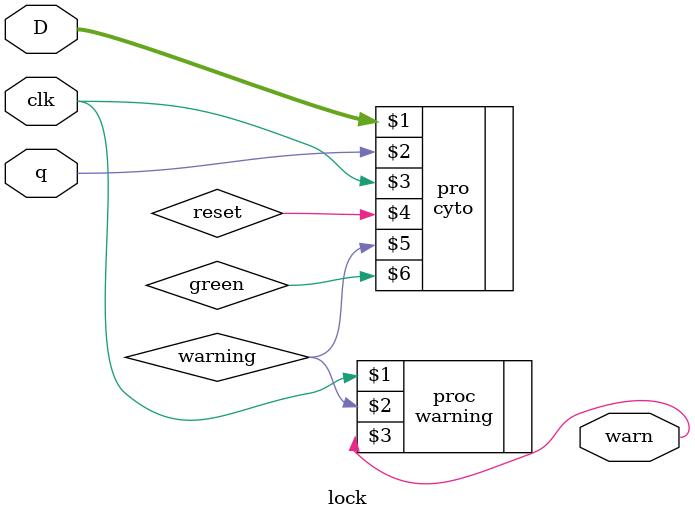
<source format=v>
`timescale 1ns / 1ps


module lock(
    input [3:0] D,
    input q,
    input clk,
    output warn
    );
    wire warning;
    wire reset;
    cyto pro(D,q,clk,reset,warning,green);
    warning proc(clk,warning,warn);
    
endmodule

</source>
